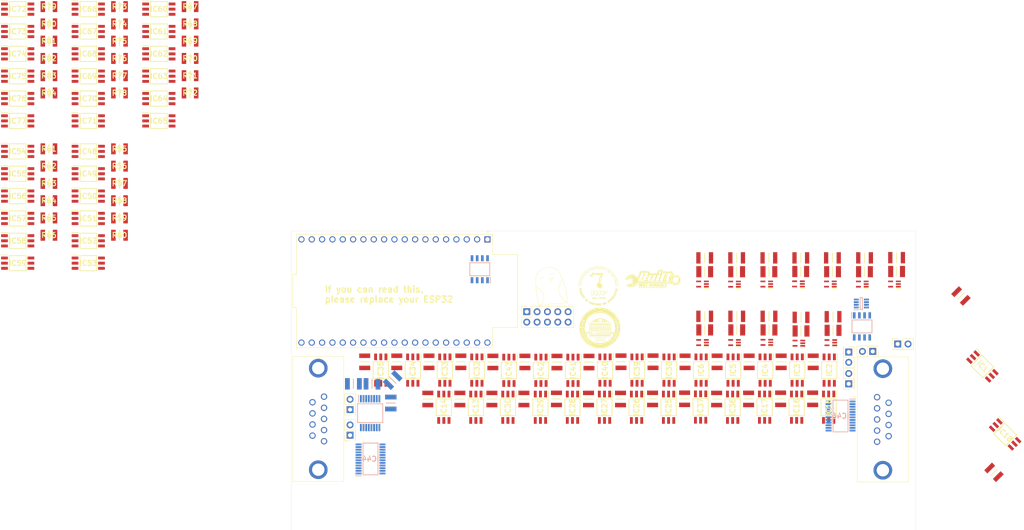
<source format=kicad_pcb>
(kicad_pcb (version 20221018) (generator pcbnew)
  (layers (0 "F.Cu" signal "Front") (1 "In1.Cu" signal) (2 "In2.Cu" signal) (31 "B.Cu" signal "Back") (34 "B.Paste" user) (35 "F.Paste" user) (36 "B.SilkS" user "B.Silkscreen") (37 "F.SilkS" user "F.Silkscreen") (38 "B.Mask" user) (39 "F.Mask" user) (44 "Edge.Cuts" user))
  (net 0 "")
  (net 1 "Net-(IC31-C1-)")
  (net 2 "Net-(IC31-C1+)")
  (net 3 "Net-(IC31-C2-)")
  (net 4 "Net-(IC31-C2+)")
  (net 5 "GND")
  (net 6 "Net-(IC31-V+)")
  (net 7 "Net-(IC31-V-)")
  (net 8 "/O Block 1/O_ACT_6")
  (net 10 "Net-(IC1-CATHODE)")
  (net 11 "+24V")
  (net 13 "GPIO_6")
  (net 14 "/O Block 1/O_ACT_5")
  (net 16 "Net-(IC2-CATHODE)")
  (net 18 "GPIO_5")
  (net 19 "/O Block 1/O_ACT_4")
  (net 21 "Net-(IC3-CATHODE)")
  (net 23 "GPIO_4")
  (net 24 "/O Block 1/O_ACT_3")
  (net 26 "Net-(IC4-CATHODE)")
  (net 28 "GPIO_3")
  (net 29 "/O Block 1/O_ACT_2")
  (net 31 "Net-(IC5-CATHODE)")
  (net 33 "GPIO_2")
  (net 34 "/O Block 1/O_ACT_1")
  (net 36 "Net-(IC6-CATHODE)")
  (net 38 "GPIO_1")
  (net 39 "Net-(IC7-IN-)")
  (net 40 "Net-(IC8-IN-)")
  (net 41 "Net-(IC9-IN-)")
  (net 42 "Net-(IC10-IN-)")
  (net 43 "Net-(IC11-IN-)")
  (net 44 "Net-(IC12-IN-)")
  (net 45 "/O Block 2/O_ACT_6")
  (net 47 "Net-(IC13-CATHODE)")
  (net 49 "GPIO_12")
  (net 50 "/O Block 2/O_ACT_5")
  (net 52 "Net-(IC14-CATHODE)")
  (net 54 "GPIO_11")
  (net 55 "/O Block 2/O_ACT_4")
  (net 57 "Net-(IC15-CATHODE)")
  (net 59 "GPIO_10")
  (net 60 "/O Block 2/O_ACT_3")
  (net 62 "Net-(IC16-CATHODE)")
  (net 64 "GPIO_9")
  (net 65 "/O Block 2/O_ACT_2")
  (net 67 "Net-(IC17-CATHODE)")
  (net 69 "GPIO_8")
  (net 70 "/O Block 2/O_ACT_1")
  (net 72 "Net-(IC18-CATHODE)")
  (net 74 "GPIO_7")
  (net 75 "Net-(IC19-IN-)")
  (net 76 "Net-(IC20-IN-)")
  (net 77 "Net-(IC21-IN-)")
  (net 78 "Net-(IC22-IN-)")
  (net 79 "Net-(IC23-IN-)")
  (net 80 "Net-(IC24-IN-)")
  (net 81 "/O Block 3/O_ACT_6")
  (net 83 "Net-(IC25-CATHODE)")
  (net 85 "OUT_18")
  (net 86 "/O Block 3/O_ACT_5")
  (net 88 "Net-(IC26-CATHODE)")
  (net 90 "OUT_17")
  (net 91 "/O Block 3/O_ACT_4")
  (net 93 "Net-(IC27-CATHODE)")
  (net 95 "OUT_16")
  (net 96 "/O Block 3/O_ACT_3")
  (net 98 "Net-(IC28-CATHODE)")
  (net 100 "OUT_15")
  (net 101 "/O Block 3/O_ACT_2")
  (net 103 "Net-(IC29-CATHODE)")
  (net 105 "OUT_14")
  (net 106 "/O Block 3/O_ACT_1")
  (net 108 "Net-(IC30-CATHODE)")
  (net 110 "OUT_13")
  (net 111 "Net-(IC31-RIN)")
  (net 112 "RX0")
  (net 113 "RS232_STATUS")
  (net 114 "TX0")
  (net 115 "FORCEOFF")
  (net 116 "Net-(IC31-DOUT)")
  (net 117 "+3.3V")
  (net 118 "FORCEON")
  (net 119 "/O Block 4/O_ACT_6")
  (net 121 "Net-(IC32-CATHODE)")
  (net 123 "OUT_24")
  (net 124 "/O Block 4/O_ACT_5")
  (net 126 "Net-(IC33-CATHODE)")
  (net 128 "OUT_23")
  (net 129 "/O Block 4/O_ACT_4")
  (net 131 "Net-(IC34-CATHODE)")
  (net 133 "OUT_22")
  (net 134 "/O Block 4/O_ACT_3")
  (net 136 "Net-(IC35-CATHODE)")
  (net 138 "OUT_21")
  (net 139 "/O Block 4/O_ACT_2")
  (net 141 "Net-(IC36-CATHODE)")
  (net 143 "OUT_20")
  (net 144 "/O Block 4/O_ACT_1")
  (net 146 "Net-(IC37-CATHODE)")
  (net 148 "OUT_19")
  (net 149 "/O Block 5/O_ACT_6")
  (net 151 "Net-(IC38-CATHODE)")
  (net 153 "OUT_30")
  (net 154 "/O Block 5/O_ACT_5")
  (net 156 "Net-(IC39-CATHODE)")
  (net 158 "OUT_29")
  (net 159 "/O Block 5/O_ACT_4")
  (net 161 "Net-(IC40-CATHODE)")
  (net 163 "OUT_28")
  (net 164 "/O Block 5/O_ACT_3")
  (net 166 "Net-(IC41-CATHODE)")
  (net 168 "OUT_27")
  (net 169 "/O Block 5/O_ACT_2")
  (net 171 "Net-(IC42-CATHODE)")
  (net 173 "OUT_26")
  (net 174 "/O Block 5/O_ACT_1")
  (net 176 "Net-(IC43-CATHODE)")
  (net 178 "OUT_25")
  (net 179 "ADR_1")
  (net 180 "SCL")
  (net 181 "SDA")
  (net 182 "CAN_RX")
  (net 183 "CAN_TX")
  (net 184 "CAN_FAULT")
  (net 185 "/Remote IO Block 2/IO_BLOCK_1_6")
  (net 186 "/Remote IO Block 2/IO_BLOCK_1_7")
  (net 187 "ADR_2")
  (net 188 "RX1")
  (net 189 "TX1")
  (net 190 "Net-(IC47-A)")
  (net 191 "Net-(IC47-B)")
  (net 193 "Net-(J9-Pin_2)")
  (net 194 "Net-(J10-Pin_2)")
  (net 207 "Net-(J14-Pin_2)")
  (net 210 "Net-(J16-Pin_1)")
  (net 211 "Net-(J17-Pin_1)")
  (net 212 "Net-(J15-Pin_2)")
  (net 214 "+5V")
  (net 215 "MCU_IN_11")
  (net 216 "MCU_IN_12")
  (net 217 "MCU_IN_7")
  (net 218 "MCU_IN_8")
  (net 219 "MCU_IN_9")
  (net 220 "MCU_IN_10")
  (net 221 "MCU_IN_5")
  (net 222 "MCU_IN_6")
  (net 223 "MCU_IN_1")
  (net 224 "MCU_IN_2")
  (net 225 "MCU_IN_3")
  (net 226 "MCU_IN_4")
  (net 240 "Net-(IC48-CATHODE)")
  (net 243 "Net-(IC49-CATHODE)")
  (net 246 "Net-(IC50-CATHODE)")
  (net 249 "Net-(IC51-CATHODE)")
  (net 252 "Net-(IC52-CATHODE)")
  (net 255 "Net-(IC53-CATHODE)")
  (net 258 "Net-(IC54-CATHODE)")
  (net 261 "Net-(IC55-CATHODE)")
  (net 264 "Net-(IC56-CATHODE)")
  (net 267 "Net-(IC57-CATHODE)")
  (net 270 "Net-(IC58-CATHODE)")
  (net 273 "Net-(IC59-CATHODE)")
  (net 276 "Net-(IC60-CATHODE)")
  (net 279 "Net-(IC61-CATHODE)")
  (net 282 "Net-(IC62-CATHODE)")
  (net 285 "Net-(IC63-CATHODE)")
  (net 288 "Net-(IC64-CATHODE)")
  (net 291 "Net-(IC65-CATHODE)")
  (net 294 "Net-(IC66-CATHODE)")
  (net 297 "Net-(IC67-CATHODE)")
  (net 300 "Net-(IC68-CATHODE)")
  (net 303 "Net-(IC69-CATHODE)")
  (net 306 "Net-(IC70-CATHODE)")
  (net 309 "Net-(IC71-CATHODE)")
  (net 312 "Net-(IC72-CATHODE)")
  (net 315 "Net-(IC73-CATHODE)")
  (net 318 "Net-(IC74-CATHODE)")
  (net 321 "Net-(IC75-CATHODE)")
  (net 324 "Net-(IC76-CATHODE)")
  (net 327 "Net-(IC77-CATHODE)")
  (footprint "TLP172AM_TPR_E:SOIC127P700X230-6N" (layer "F.Cu") (at 132.969 91.111 -90)
    (fp_text reference "IC42")
    (fp_text value "TLP172AM_TPR,E" hide)
  )
  (footprint "TLP172AM_TPR_E:SOIC127P700X230-6N" (layer "F.Cu") (at 21.7 13.25)
    (fp_text reference "IC68")
    (fp_text value "TLP172AM_TPR,E" hide)
  )
  (footprint "Connector_PinHeader_2.54mm:PinHeader_2x01_P2.54mm_Vertical" (layer "F.Cu") (at 208.6356 94.4422 90)
    (fp_text reference "J17" hide)
    (fp_text value "Conn_02x01" hide)
  )
  (footprint "TLP172AM_TPR_E:SOIC127P700X230-6N" (layer "F.Cu") (at 4.35 37.25)
    (fp_text reference "IC54")
    (fp_text value "TLP172AM_TPR,E" hide)
  )
  (footprint "CRCW1210267RFKEA:RESC3225X60N" (layer "F.Cu") (at 113.284 89.027 -90)
    (fp_text reference "R43" hide)
    (fp_text value "CRCW1210267RFKEA" hide)
  )
  (footprint "TLP172AM_TPR_E:SOIC127P700X230-6N" (layer "F.Cu") (at 21.7 2.25)
    (fp_text reference "IC66")
    (fp_text value "TLP172AM_TPR,E" hide)
  )
  (footprint "CRCW1210267RFKEA:RESC3225X60N" (layer "F.Cu") (at 236.20894 72.83054 -45)
    (fp_text reference "R1" hide)
    (fp_text value "CRCW1210267RFKEA" hide)
  )
  (footprint "RK73B2ETTD152J:RESC3226X70N" (layer "F.Cu") (at 204.6224 63.4492 180)
    (fp_text reference "R9" hide)
    (fp_text value "RK73B2ETTD152J" hide)
  )
  (footprint "TLV9351IDCKR:SOT65P210X110-5N" (layer "F.Cu") (at 172.6844 84.2876 180)
    (fp_text reference "IC8" hide)
    (fp_text value "TLV9351IDCKR" hide)
  )
  (footprint "CRCW1210267RFKEA:RESC3225X60N" (layer "F.Cu") (at 244.33694 116.21374 -45)
    (fp_text reference "R24" hide)
    (fp_text value "CRCW1210267RFKEA" hide)
  )
  (footprint "TLP172AM_TPR_E:SOIC127P700X230-6N" (layer "F.Cu") (at 39.05 13.25)
    (fp_text reference "IC62")
    (fp_text value "TLP172AM_TPR,E" hide)
  )
  (footprint "TLV9351IDCKR:SOT65P210X110-5N" (layer "F.Cu") (at 211.9652 69.8992 180)
    (fp_text reference "IC21" hide)
    (fp_text value "TLV9351IDCKR" hide)
  )
  (footprint "CRCW1210267RFKEA:RESC3225X60N" (layer "F.Cu") (at 199.762 98.1268 -90)
    (fp_text reference "R21" hide)
    (fp_text value "CRCW1210267RFKEA" hide)
  )
  (footprint "TLP172AM_TPR_E:SOIC127P700X230-6N" (layer "F.Cu") (at 4.35 53.75)
    (fp_text reference "IC57")
    (fp_text value "TLP172AM_TPR,E" hide)
  )
  (footprint "CRCW1210267RFKEA:RESC3225X60N" (layer "F.Cu") (at 136.906 89.079 -90)
    (fp_text reference "R52" hide)
    (fp_text value "CRCW1210267RFKEA" hide)
  )
  (footprint "CRCW1210267RFKEA:RESC3225X60N" (layer "F.Cu") (at 144.78 89.079 -90)
    (fp_text reference "R51" hide)
    (fp_text value "CRCW1210267RFKEA" hide)
  )
  (footprint "TLP172AM_TPR_E:SOIC127P700X230-6N" (layer "F.Cu") (at 21.7 59.25)
    (fp_text reference "IC52")
    (fp_text value "TLP172AM_TPR,E" hide)
  )
  (footprint "CRCW1210267RFKEA:RESC3225X60N" (layer "F.Cu") (at 128.7862 98.1736 -90)
    (fp_text reference "R41" hide)
    (fp_text value "CRCW1210267RFKEA" hide)
  )
  (footprint "TLP172AM_TPR_E:SOIC127P700X230-6N" (layer "F.Cu") (at 39.05 18.75)
    (fp_text reference "IC63")
    (fp_text value "TLP172AM_TPR,E" hide)
  )
  (footprint "Connector_PinHeader_2.54mm:PinHeader_2x01_P2.54mm_Vertical" (layer "F.Cu") (at 214.5334 86.4616 180)
    (fp_text reference "J14" hide)
    (fp_text value "Conn_02x01" hide)
  )
  (footprint "CRCW1210267RFKEA:RESC3225X60N" (layer "F.Cu") (at 12.025 49.375)
    (fp_text reference "R64")
    (fp_text value "CRCW1210267RFKEA" hide)
  )
  (footprint "RK73B2ETTD152J:RESC3226X70N" (layer "F.Cu") (at 189.002 63.4492 180)
    (fp_text reference "R25" hide)
    (fp_text value "RK73B2ETTD152J" hide)
  )
  (footprint "RMCF1210FT10K0:RESC3225X70N" (layer "F.Cu") (at 181.0772 66.8528)
    (fp_text reference "R36" hide)
    (fp_text value "RMCF1210FT10K0" hide)
  )
  (footprint "CRCW1210267RFKEA:RESC3225X60N" (layer "F.Cu") (at 199.898 89.027 -90)
    (fp_text reference "R2" hide)
    (fp_text value "CRCW1210267RFKEA" hide)
  )
  (footprint "TLP172AM_TPR_E:SOIC127P700X230-6N" (layer "F.Cu") (at 21.7 29.75)
    (fp_text reference "IC71")
    (fp_text value "TLP172AM_TPR,E" hide)
  )
  (footprint "CRCW1210267RFKEA:RESC3225X60N" (layer "F.Cu") (at 89.652 89.027 -90)
    (fp_text reference "R46" hide)
    (fp_text value "CRCW1210267RFKEA" hide)
  )
  (footprint "TLP172AM_TPR_E:SOIC127P700X230-6N" (layer "F.Cu") (at 4.35 59.25)
    (fp_text reference "IC58")
    (fp_text value "TLP172AM_TPR,E" hide)
  )
  (footprint "CRCW1210267RFKEA:RESC3225X60N" (layer "F.Cu") (at 184.014 98.1508 -90)
    (fp_text reference "R23" hide)
    (fp_text value "CRCW1210267RFKEA" hide)
  )
  (footprint "RMCF1210FT10K0:RESC3225X70N" (layer "F.Cu") (at 196.9008 81.4324)
    (fp_text reference "R17" hide)
    (fp_text value "RMCF1210FT10K0" hide)
  )
  (footprint "TLP172AM_TPR_E:SOIC127P700X230-6N" (layer "F.Cu") (at 247.078277 106.882729 -45)
    (fp_text reference "IC18")
    (fp_text value "TLP172AM_TPR,E" hide)
  )
  (footprint "CRCW1210267RFKEA:RESC3225X60N" (layer "F.Cu") (at 12.025 22.875)
    (fp_text reference "R84")
    (fp_text value "CRCW1210267RFKEA" hide)
  )
  (footprint "TLP172AM_TPR_E:SOIC127P700X230-6N" (layer "F.Cu") (at 21.7 53.75)
    (fp_text reference "IC51")
    (fp_text value "TLP172AM_TPR,E" hide)
  )
  (footprint "TLP172AM_TPR_E:SOIC127P700X230-6N" (layer "F.Cu") (at 39.05 2.25)
    (fp_text reference "IC60")
    (fp_text value "TLP172AM_TPR,E" hide)
  )
  (footprint "Connector_PinSocket_2.54mm:PinSocket_2x05_P2.54mm_Vertical" (layer "F.Cu") (at 129.4892 76.708 90)
    (fp_text reference "J11" hide)
    (fp_text value "Conn_02x05_Odd_Even" hide)
  )
  (footprint "TLP172AM_TPR_E:SOIC127P700X230-6N" (layer "F.Cu") (at 39.05 24.25)
    (fp_text reference "IC64")
    (fp_text value "TLP172AM_TPR,E" hide)
  )
  (footprint "TLP172AM_TPR_E:SOIC127P700X230-6N" (layer "F.Cu") (at 164.465 91.059 -90)
    (fp_text reference "IC38")
    (fp_text value "TLP172AM_TPR,E" hide)
  )
  (footprint "CRCW1210267RFKEA:RESC3225X60N" (layer "F.Cu") (at 46.725 5.875)
    (fp_text reference "R68")
    (fp_text value "CRCW1210267RFKEA" hide)
  )
  (footprint "CRCW1210267RFKEA:RESC3225X60N" (layer "F.Cu") (at 12.025 5.875)
    (fp_text reference "R80")
    (fp_text value "CRCW1210267RFKEA" hide)
  )
  (footprint "CRCW1210267RFKEA:RESC3225X60N" (layer "F.Cu") (at 136.7872 98.1496 -90)
    (fp_text reference "R40" hide)
    (fp_text value "CRCW1210267RFKEA" hide)
  )
  (footprint "CRCW1210267RFKEA:RESC3225X60N" (layer "F.Cu") (at 29.375 40.875)
    (fp_text reference "R56")
    (fp_text value "CRCW1210267RFKEA" hide)
  )
  (footprint "CRCW1210267RFKEA:RESC3225X60N" (layer "F.Cu") (at 12.025 57.875)
    (fp_text reference "R66")
    (fp_text value "CRCW1210267RFKEA" hide)
  )
  (footprint "TLP172AM_TPR_E:SOIC127P700X230-6N" (layer "F.Cu") (at 172.2202 100.1536 -90)
    (fp_text reference "IC37")
    (fp_text value "TLP172AM_TPR,E" hide)
  )
  (footprint "TLV9351IDCKR:SOT65P210X110-5N" (layer "F.Cu") (at 219.8748 69.8888 180)
    (fp_text reference "IC22" hide)
    (fp_text value "TLV9351IDCKR" hide)
  )
  (footprint "TLP172AM_TPR_E:SOIC127P700X230-6N" (layer "F.Cu") (at 195.961 91.059 -90)
    (fp_text reference "IC3")
    (fp_text value "TLP172AM_TPR,E" hide)
  )
  (footprint "TLP172AM_TPR_E:SOIC127P700X230-6N" (layer "F.Cu") (at 180.0942 100.2056 -90)
    (fp_text reference "IC36")
    (fp_text value "TLP172AM_TPR,E" hide)
  )
  (footprint "TLP172AM_TPR_E:SOIC127P700X230-6N" (layer "F.Cu") (at 180.213 91.059 -90)
    (fp_text reference "IC5")
    (fp_text value "TLP172AM_TPR,E" hide)
  )
  (footprint "TLP172AM_TPR_E:SOIC127P700X230-6N" (layer "F.Cu") (at 21.7 24.25)
    (fp_text reference "IC70")
    (fp_text value "TLP172AM_TPR,E" hide)
  )
  (footprint "CRCW1210267RFKEA:RESC3225X60N" (layer "F.Cu") (at 46.725 10.125)
    (fp_text reference "R69")
    (fp_text value "CRCW1210267RFKEA" hide)
  )
  (footprint "TLP172AM_TPR_E:SOIC127P700X230-6N" (layer "F.Cu") (at 4.35 13.25)
    (fp_text reference "IC74")
    (fp_text value "TLP172AM_TPR,E" hide)
  )
  (footprint "750678-1:7506781" (layer "F.Cu") (at 79.6544 108.5564 -90)
    (fp_text reference "J8" hide)
    (fp_text value "750678-1" hide)
  )
  (footprint "CRCW1210267RFKEA:RESC3225X60N" (layer "F.Cu") (at 29.375 53.625)
    (fp_text reference "R59")
    (fp_text value "CRCW1210267RFKEA" hide)
  )
  (footprint "RK73B2ETTD152J:RESC3226X70N" (layer "F.Cu") (at 189.0268 77.8256 180)
    (fp_text reference "R12" hide)
    (fp_text value "RK73B2ETTD152J" hide)
  )
  (footprint "CRCW1210267RFKEA:RESC3225X60N" (layer "F.Cu") (at 152.654 89.003 -90)
    (fp_text reference "R50" hide)
    (fp_text value "CRCW1210267RFKEA" hide)
  )
  (footprint "TLP172AM_TPR_E:SOIC127P700X230-6N" (layer "F.Cu") (at 21.7 37.25)
    (fp_text reference "IC48")
    (fp_text value "TLP172AM_TPR,E" hide)
  )
  (footprint "LOGO" (layer "F.Cu") (at 147.0996 70.386)
    (fp_text reference "G***" hide)
    (fp_text value "LOGO" hide)
  )
  (footprint "CRCW1210267RFKEA:RESC3225X60N" (layer "F.Cu") (at 184.15 89.027 -90)
    (fp_text reference "R4" hide)
    (fp_text value "CRCW1210267RFKEA" hide)
  )
  (footprint "RK73B2ETTD152J:RESC3226X70N" (layer "F.Cu") (at 196.9008 78.0796 180)
    (fp_text reference "R11" hide)
    (fp_text value "RK73B2ETTD152J" hide)
  )
  (footprint "TLP172AM_TPR_E:SOIC127P700X230-6N" (layer "F.Cu") (at 203.699 100.1828 -90)
    (fp_text reference "IC15")
    (fp_text value "TLP172AM_TPR,E" hide)
  )
  (footprint "TLP172AM_TPR_E:SOIC127P700X230-6N" (layer "F.Cu") (at 101.473 91.059 -90)
    (fp_text reference "IC34")
    (fp_text value "TLP172AM_TPR,E" hide)
  )
  (footprint "CRCW1210267RFKEA:RESC3225X60N" (layer "F.Cu") (at 121.158 89.055 -90)
    (fp_text reference "R54" hide)
    (fp_text value "CRCW1210267RFKEA" hide)
  )
  (footprint "RK73B2ETTD152J:RESC3226X70N" (layer "F.Cu") (at 173.228 77.8256 180)
    (fp_text reference "R8" hide)
    (fp_text value "RK73B2ETTD152J" hide)
  )
  (footprint "TLP172AM_TPR_E:SOIC127P700X230-6N" (layer "F.Cu") (at 39.05 7.75)
    (fp_text reference "IC61")
    (fp_text value "TLP172AM_TPR,E" hide)
  )
  (footprint "RMCF1210FT10K0:RESC3225X70N" (layer "F.Cu") (at 189.0268 81.1784)
    (fp_text reference "R18" hide)
    (fp_text value "RMCF1210FT10K0" hide)
  )
  (footprint "TLP172AM_TPR_E:SOIC127P700X230-6N" (layer "F.Cu") (at 4.35 42.75)
    (fp_text reference "IC55")
    (fp_text value "TLP172AM_TPR,E" hide)
  )
  (footprint "RMCF1210FT10K0:RESC3225X70N" (layer "F.Cu") (at 173.228 81.1784)
    (fp_text reference "R14" hide)
    (fp_text value "RMCF1210FT10K0" hide)
  )
  (footprint "TLP172AM_TPR_E:SOIC127P700X230-6N" (layer "F.Cu") (at 140.843 91.111 -90)
    (fp_text reference "IC41")
    (fp_text value "TLP172AM_TPR,E" hide)
  )
  (footprint "CRCW1210267RFKEA:RESC3225X60N" (layer "F.Cu") (at 29.375 14.375)
    (fp_text reference "R76")
    (fp_text value "CRCW1210267RFKEA" hide)
  )
  (footprint "TLV9351IDCKR:SOT65P210X110-5N" (layer "F.Cu") (at 180.5584 84.2876 180)
    (fp_text reference "IC7" hide)
    (fp_text value "TLV9351IDCKR" hide)
  )
  (footprint "CRCW1210267RFKEA:RESC3225X60N" (layer "F.Cu") (at 46.725 14.375)
    (fp_text reference "R70")
    (fp_text value "CRCW1210267RFKEA" hide)
  )
  (footprint "Connector_PinHeader_2.54mm:PinHeader_2x01_P2.54mm_Vertical" (layer "F.Cu") (at 220.6702 84.6328)
    (fp_text reference "J16" hide)
    (fp_text value "Conn_02x01" hide)
  )
  (footprint "TLP172AM_TPR_E:SOIC127P700X230-6N" (layer "F.Cu") (at 109.1012 100.2056 -90)
    (fp_text reference "IC14")
    (fp_text value "TLP172AM_TPR,E" hide)
  )
  (footprint "CRCW1210267RFKEA:RESC3225X60N" (layer "F.Cu") (at 160.4092 98.1496 -90)
    (fp_text reference "R37" hide)
    (fp_text value "CRCW1210267RFKEA" hide)
  )
  (footprint "CRCW1210267RFKEA:RESC3225X60N" (layer "F.Cu") (at 105.1642 98.1736 -90)
    (fp_text reference "R20" hide)
    (fp_text value "CRCW1210267RFKEA" hide)
  )
  (footprint "CRCW1210267RFKEA:RESC3225X60N" (layer "F.Cu") (at 97.536 89.027 -90)
    (fp_text reference "R45" hide)
    (fp_text value "CRCW1210267RFKEA" hide)
  )
  (footprint "RMCF1210FT10K0:RESC3225X70N" (layer "F.Cu") (at 196.8268 66.802)
    (fp_text reference "R32" hide)
    (fp_text value "RMCF1210FT10K0" hide)
  )
  (footprint "Connector_PinHeader_2.54mm:PinHeader_2x01_P2.54mm_Vertical" (layer "F.Cu") (at 208.6356 86.614 -90)
    (fp_text reference "J15" hide)
    (fp_text value "Conn_02x01" hide)
  )
  (footprint "TLP172AM_TPR_E:SOIC127P700X230-6N" (layer "F.Cu") (at 124.8492 100.2056 -90)
    (fp_text reference "IC30")
    (fp_text value "TLP172AM_TPR,E" hide)
  )
  (footprint "TLP172AM_TPR_E:SOIC127P700X230-6N" (layer "F.Cu") (at 156.4722 100.2056 -90)
    (fp_text reference "IC26")
    (fp_text value "TLP172AM_TPR,E" hide)
  )
  (footprint "CRCW1210267RFKEA:RESC3225X60N" (layer "F.Cu") (at 29.375 1.625)
    (fp_text reference "R73")
    (fp_text value "CRCW1210267RFKEA" hide)
  )
  (footprint "TLP172AM_TPR_E:SOIC127P700X230-6N" (layer "F.Cu") (at 93.599 91.059 -90)
    (fp_text reference "IC35")
    (fp_text value "TLP172AM_TPR,E" hide)
  )
  (footprint "RMCF1210FT10K0:RESC3225X70N" (layer "F.Cu") (at 189.002 66.8528)
    (fp_text reference "R31" hide)
    (fp_text value "RMCF1210FT10K0" hide)
  )
  (footprint "TLP172AM_TPR_E:SOIC127P700X230-6N" (layer "F.Cu") (at 241.490277 90.169529 -45)
    (fp_text reference "IC1")
    (fp_text value "TLP172AM_TPR,E" hide)
  )
  (footprint "LOGO" (layer "F.Cu") (at 135.4664 70.4876)
    (fp_text reference "G***" hide)
    (fp_text value "LOGO" hide)
  )
  (footprint "CRCW1210267RFKEA:RESC3225X60N" (layer "F.Cu") (at 12.025 36.625)
    (fp_text reference "R61")
    (fp_text value "CRCW1210267RFKEA" hide)
  )
  (footprint "RMCF1210FT10K0:RESC3225X70N" (layer "F.Cu") (at 181.102 81.1784)
    (fp_text reference "R13" hide)
    (fp_text value "RMCF1210FT10K0" hide)
  )
  (footprint "TLP172AM_TPR_E:SOIC127P700X230-6N" (layer "F.Cu") (at 4.35 64.75)
    (fp_text reference "IC59")
    (fp_text value "TLP172AM_TPR,E" hide)
  )
  (footprint "CRCW1210267RFKEA:RESC3225X60N" (layer "F.Cu") (at 29.375 10.125)
    (fp_text reference "R75")
    (fp_text value "CRCW1210267RFKEA" hide)
  )
  (footprint "TLP172AM_TPR_E:SOIC127P700X230-6N" (layer "F.Cu") (at 4.35 18.75)
    (fp_text reference "IC75")
    (fp_text value "TLP172AM_TPR,E" hide)
  )
  (footprint "TLV9351IDCKR:SOT65P210X110-5N" (layer "F.Cu") (at 196.3776 84.44 180)
    (fp_text reference "IC11" hide)
    (fp_text value "TLV9351IDCKR" hide)
  )
  (footprint "CRCW1210267RFKEA:RESC3225X60N" (layer "F.Cu") (at 12.025 1.625)
    (fp_text reference "R79")
    (fp_text value "CRCW1210267RFKEA" hide)
  )
  (footprint "CRCW1210267RFKEA:RESC3225X60N" (layer "F.Cu") (at 191.888 98.1268 -90)
    (fp_text reference "R22" hide)
    (fp_text value "CRCW1210267RFKEA" hide)
  )
  (footprint "CRCW1210267RFKEA:RESC3225X60N" (layer "F.Cu") (at 120.9122 98.1736 -90)
    (fp_text reference "R42" hide)
    (fp_text value "CRCW1210267RFKEA" hide)
  )
  (footprint "CRCW1210267RFKEA:RESC3225X60N" (layer "F.Cu") (at 129.032 89.055 -90)
    (fp_text reference "R53" hide)
    (fp_text value "CRCW1210267RFKEA" hide)
  )
  (footprint "RMCF1210FT10K0:RESC3225X70N" (layer "F.Cu") (at 173.228 66.8528)
    (fp_text reference "R35" hide)
    (fp_text value "RMCF1210FT10K0" hide)
  )
  (footprint "TLV9351IDCKR:SOT65P210X110-5N" (layer "F.Cu") (at 196.276 69.85 180)
    (fp_text reference "IC20" hide)
    (fp_text value "TLV9351IDCKR" hide)
  )
  (footprint "TLP172AM_TPR_E:SOIC127P700X230-6N" (layer "F.Cu") (at 203.835 91.059 -90)
    (fp_text reference "IC2")
    (fp_text value "TLP172AM_TPR,E" hide)
  )
  (footprint "TLP172AM_TPR_E:SOIC127P700X230-6N" (layer "F.Cu") (at 21.7 42.75)
    (fp_text reference "IC49")
    (fp_text value "TLP172AM_TPR,E" hide)
  )
  (footprint "RK73B2ETTD152J:RESC3226X70N" (layer "F.Cu") (at 196.85 63.4492 180)
    (fp_text reference "R26" hide)
    (fp_text value "RK73B2ETTD152J" hide)
  )
  (footprint "TLP172AM_TPR_E:SOIC127P700X230-6N" (layer "F.Cu") (at 116.9752 100.2056 -90)
    (fp_text reference "IC13")
    (fp_text value "TLP172AM_TPR,E" hide)
  )
  (footprint "TLP172AM_TPR_E:SOIC127P700X230-6N" (layer "F.Cu") (at 39.05 29.75)
    (fp_text reference "IC65")
    (fp_text value "TLP172AM_TPR,E" hide)
  )
  (footprint "TLP172AM_TPR_E:SOIC127P700X230-6N" (layer "F.Cu") (at 4.35 24.25)
    (fp_text reference "IC76")
    (fp_text value "TLP172AM_TPR,E" hide)
  )
  (footprint "TLV9351IDCKR:SOT65P210X110-5N" (layer "F.Cu") (at 180.554 69.9112 180)
    (fp_text reference "IC24" hide)
    (fp_text value "TLV9351IDCKR" hide)
  )
  (footprint "TLP172AM_TPR_E:SOIC127P700X230-6N" (layer "F.Cu") (at 148.5982 100.2056 -90)
    (fp_text reference "IC27")
    (fp_text value "TLP172AM_TPR,E" hide)
  )
  (footprint "TLP172AM_TPR_E:SOIC127P700X230-6N" (layer "F.Cu") (at 156.591 91.059 -90)
    (fp_text reference "IC39")
    (fp_text value "TLP172AM_TPR,E" hide)
  )
  (footprint "750678-1:7506781" (layer "F.Cu") (at 215.6 97.725 90)
    (fp_text reference "J13" hide)
    (fp_text value "750678-1" hide)
  )
  (footprint "RK73B2ETTD152J:RESC3226X70N" (layer "F.Cu") (at 173.228 63.4492 180)
    (fp_text reference "R29" hide)
    (fp_text value "RK73B2ETTD152J" hide)
  )
  (footprint "LOGO" (layer "F.Cu") (at 160.5108 68.5064)
    (fp_text reference "G***" hide)
    (fp_text value "LOGO" hide)
  )
  (footprint "TLP172AM_TPR_E:SOIC127P700X230-6N" (layer "F.Cu") (at 148.717 91.059 -90)
    (fp_text reference "IC40")
    (fp_text value "TLP172AM_TPR,E" hide)
  )
  (footprint "RMCF1210FT10K0:RESC3225X70N" (layer "F.Cu") (at 204.65 66.8528)
    (fp_text reference "R15" hide)
    (fp_text value "RMCF1210FT10K0" hide)
  )
  (footprint "CRCW1210267RFKEA:RESC3225X60N" (layer "F.Cu") (at 12.025 40.875)
    (fp_text reference "R62")
    (fp_text value "CRCW1210267RFKEA" hide)
  )
  (footprint "SnapEDA Library:MODULE_ESP32-DEVKITC" (layer "F.Cu") (at 96.9688 71.5957 -90)
    (fp_text reference "U1" hide)
    (fp_text value "ESP32-DEVKITC" hide)
  )
  (footprint "CRCW1210267RFKEA:RESC3225X60N" (layer "F.Cu") (at 29.375 18.625)
    (fp_text reference "R77")
    (fp_text value "CRCW1210267RFKEA" hide)
  )
  (footprint "TLV9351IDCKR:SOT65P210X110-5N" (layer "F.Cu") (at 172.6844 69.8904 180)
    (fp_text reference "IC23" hide)
    (fp_text value "TLV9351IDCKR" hide)
  )
  (footprint "CRCW1210267RFKEA:RESC3225X60N" (layer "F.Cu") (at 176.1572 98.1736 -90)
    (fp_text reference "R47" hide)
    (fp_text value "CRCW1210267RFKEA" hide)
  )
  (footprint "CRCW1210267RFKEA:RESC3225X60N" (layer "F.Cu") (at 46.725 18.625)
    (fp_text reference "R71")
    (fp_text value "CRCW1210267RFKEA" hide)
  )
  (footprint "TLP172AM_TPR_E:SOIC127P700X230-6N" (layer "F.Cu") (at 21.7 48.25)
    (fp_text reference "IC50")
    (fp_text value "TLP172AM_TPR,E" hide)
  )
  (footprint "CRCW1210267RFKEA:RESC3225X60N" (layer "F.Cu") (at 168.402 89.027 -90)
    (fp_text reference "R6" hide)
    (fp_text value "CRCW1210267RFKEA" hide)
  )
  (footprint "RK73B2ETTD152J:RESC3226X70N" (layer "F.Cu") (at 181.0772 63.4492 180)
    (fp_text reference "R30" hide)
    (fp_text value "RK73B2ETTD152J" hide)
  )
  (footprint "Connector_PinHeader_2.54mm:PinHeader_2x01_P2.54mm_Vertical" (layer "F.Cu") (at 86.0552 107.0864 90)
    (fp_text reference "J9" hide)
    (fp_text value "Conn_02x01" hide)
  )
  (footprint "CRCW1210267RFKEA:RESC3225X60N" (layer "F.Cu") (at 176.276 89.027 -90)
    (fp_text reference "R5" hide)
    (fp_text value "CRCW1210267RFKEA" hide)
  )
  (footprint "CRCW1210267RFKEA:RESC3225X60N" (layer "F.Cu") (at 29.375 5.875)
    (fp_text reference "R74")
    (fp_text value "CRCW1210267RFKEA" hide)
  )
  (footprint "CRCW1210267RFKEA:RESC3225X60N" (layer "F.Cu") (at 192.024 89.027 -90)
    (fp_text reference "R3" hide)
    (fp_text value "CRCW1210267RFKEA" hide)
  )
  (footprint "TLV9351IDCKR:SOT65P210X110-5N" (layer "F.Cu") (at 188.4788 69.8904 180)
    (fp_text reference "IC19" hide)
    (fp_text value "TLV9351IDCKR" hide)
  )
  (footprint "CRCW1210267RFKEA:RESC3225X60N" (layer "F.Cu") (at 12.025 14.375)
    (fp_text reference "R82")
    (fp_text value "CRCW1210267RFKEA" hide)
  )
  (footprint "RK73B2ETTD152J:RESC3226X70N" (layer "F.Cu") (at 204.7748 77.9272 180)
    (fp_text reference "R10" hide)
    (fp_text value "RK73B2ETTD152J" hide)
  )
  (footprint "CRCW1210267RFKEA:RESC3225X60N" (layer "F.Cu") (at 12.025 18.625)
    (fp_text reference "R83")
    (fp_text value "CRCW1210267RFKEA" hide)
  )
  (footprint "TLP172AM_TPR_E:SOIC127P700X230-6N" (layer "F.Cu") (at 4.35 7.75)
    (fp_text reference "IC73")
    (fp_text value "TLP172AM_TPR,E" hide)
  )
  (footprint "TLP172AM_TPR_E:SOIC127P700X230-6N" (layer "F.Cu") (at 164.3462 100.2056 -90)
    (fp_text reference "IC25")
    (fp_text value "TLP172AM_TPR,E" hide)
  )
  (footprint "Connector_PinHeader_2.54mm:PinHeader_2x01_P2.54mm_Vertical" (layer "F.Cu") (at 86.0552 100.7922 90)
    (fp_text reference "J10" hide)
    (fp_text value "Conn_02x01" hide)
  )
  (footprint "TLP172AM_TPR_E:SOIC127P700X230-6N" (layer "F.Cu") (at 4.35 48.25)
    (fp_text reference "IC56")
    (fp_text value "TLP172AM_TPR,E" hide)
  )
  (footprint "RMCF1210FT10K0:RESC3225X70N" (layer "F.Cu") (at 220.398 66.8004)
    (fp_text reference "R34" hide)
    (fp_text value "RMCF1210FT10K0" hide)
  )
  (footprint "CRCW1210267RFKEA:RESC3225X60N" (layer "F.Cu") (at 105.449 89.027 -90)
    (fp_text reference "R44" hide)
    (fp_text value "CRCW1210267RFKEA" hide)
  )
  (footprint "TLP172AM_TPR_E:SOIC127P700X230-6N" (layer "F.Cu") (at 109.347 91.059 -90)
    (fp_text reference "IC33")
    (fp_text value "TLP172AM_TPR,E" hide)
  )
  (footprint "TLP172AM_TPR_E:SOIC127P700X230-6N" (layer "F.Cu") (at 21.7 18.75)
    (fp_text reference "IC69")
    (fp_text value "TLP172AM_TPR,E" hide)
  )
  (footprint "TLP172AM_TPR_E:SOIC127P700X230-6N" (layer "F.Cu") (at 140.7242 100.2056 -90)
    (fp_text reference "IC28")
    (fp_text value "TLP172AM_TPR,E" hide)
  )
  (footprint "TLV9351IDCKR:SOT65P210X110-5N" (layer "F.Cu") (at 204.2312 84.3176 180)
    (fp_text reference "IC10" hide)
    (fp_text value "TLV9351IDCKR" hide)
  )
  (footprint "RMCF1210FT10K0:RESC3225X70N" (layer "F.Cu") (at 204.7748 81.28)
    (fp_text reference "R16" hide)
    (fp_text value "RMCF1210FT10K0" hide)
  )
  (footprint "TLP172AM_TPR_E:SOIC127P700X230-6N" (layer "F.Cu") (at 187.951 100.1828 -90)
    (fp_text reference "IC17")
    (fp_text value "TLP172AM_TPR,E" hide)
  )
  (footprint "CRCW1210267RFKEA:RESC3225X60N" (layer "F.Cu") (at 29.375 22.875)
    (fp_text reference "R78")
    (fp_text value "CRCW1210267RFKEA" hide)
  )
  (footprint "CRCW1210267RFKEA:RESC3225X60N" (layer "F.Cu") (at 113.0382 98.1736 -90)
    (fp_text reference "R19" hide)
    (fp_text value "CRCW1210267RFKEA" hide)
  )
  (footprint "CRCW1210267RFKEA:RESC3225X60N" (layer "F.Cu") (at 29.375 45.125)
    (fp_text reference "R57")
    (fp_text value "CRCW1210267RFKEA" hide)
  )
  (footprint "TLP172AM_TPR_E:SOIC127P700X230-6N" (layer "F.Cu") (at 117.221 91.059 -90)
    (fp_text reference "IC32")
    (fp_text value "TLP172AM_TPR,E" hide)
  )
  (footprint "RK73B2ETTD152J:RESC3226X70N" (layer "F.Cu") (at 181.102 77.8256 180)
    (fp_text reference "R7" hide)
    (fp_text value "RK73B2ETTD152J" hide)
  )
  (footprint "CRCW1210267RFKEA:RESC3225X60N" (layer "F.Cu") (at 29.375 49.375)
    (fp_text reference "R58")
    (fp_text value "CRCW1210267RFKEA" hide)
  )
  (footprint "TLP172AM_TPR_E:SOIC127P700X230-6N" (layer "F.Cu") (at 132.8502 100.2056 -90)
    (fp_text reference "IC29")
    (fp_text value "TLP172AM_TPR,E" hide)
  )
  (footprint "TLP172AM_TPR_E:SOIC127P700X230-6N" (layer "F.Cu") (at 4.35 2.25)
    (fp_text reference "IC72")
    (fp_text value "TLP172AM_TPR,E" hide)
  )
  (footprint "TLV9351IDCKR:SOT65P210X110-5N" (layer "F.Cu") (at 188.5036 84.2368 180)
    (fp_text reference "IC12" hide)
    (fp_text value "TLV9351IDCKR" hide)
  )
  (footprint "TLP172AM_TPR_E:SOIC127P700X230-6N" (layer "F.Cu") (at 4.35 29.75)
    (fp_text reference "IC77")
    (fp_text value "TLP172AM_TPR,E" hide)
  )
  (footprint "CRCW1210267RFKEA:RESC3225X60N" (layer "F.Cu") (at 46.725 22.875)
    (fp_text reference "R72")
    (fp_text value "CRCW1210267RFKEA" hide)
  )
  (footprint "TLP172AM_TPR_E:SOIC127P700X230-6N" (layer "F.Cu") (at 172.339 91.059 -90)
    (fp_text reference "IC6")
    (fp_text value "TLP172AM_TPR,E" hide)
  )
  (footprint "RK73B2ETTD152J:RESC3226X70N" (layer "F.Cu") (at 212.524 63.4476 180)
    (fp_text reference "R27" hide)
    (fp_text value "RK73B2ETTD152J" hide)
  )
  (footprint "CRCW1210267RFKEA:RESC3225X60N" (layer "F.Cu") (at 29.375 57.875)
    (fp_text reference "R60")
    (fp_text value "CRCW1210267RFKEA" hide)
  )
  (footprint "TLP172AM_TPR_E:SOIC127P700X230-6N" (layer "F.Cu") (at 195.825 100.1828 -90)
    (fp_text reference "IC16")
    (fp_text value "TLP172AM_TPR,E" hide)
  )
  (footprint "CRCW1210267RFKEA:RESC3225X60N" (layer "F.Cu") (at 144.6612 98.1736 -90)
    (fp_text reference "R39" hide)
    (fp_text value "CRCW1210267RFKEA" hide)
  )
  (footprint "CRCW1210267RFKEA:RESC3225X60N" (layer "F.Cu") (at 12.025 53.625)
    (fp_text reference "R65")
    (fp_text value "CRCW1210267RFKEA" hide)
  )
  (footprint "TLP172AM_TPR_E:SOIC127P700X230-6N" (layer "F.Cu") (at 21.7 7.75)
    (fp_text reference "IC67")
    (fp_text value "TLP172AM_TPR,E" hide)
  )
  (footprint "CRCW1210267RFKEA:RESC3225X60N" (layer "F.Cu") (at 46.725 1.625)
    (fp_text reference "R67")
    (fp_text value "CRCW1210267RFKEA" hide)
  )
  (footprint "CRCW1210267RFKEA:RESC3225X60N" (layer "F.Cu") (at 12.025 45.125)
    (fp_text reference "R63")
    (fp_text value "CRCW1210267RFKEA" hide)
  )
  (footprint "CRCW1210267RFKEA:RESC3225X60N" (layer "F.Cu") (at 160.528 89.003 -90)
    (fp_text reference "R49" hide)
    (fp_text value "CRCW1210267RFKEA" hide)
  )
  (footprint "RMCF1210FT10K0:RESC3225X70N" (layer "F.Cu") (at 212.5008 66.8512)
    (fp_text reference "R33" hide)
    (fp_text value "RMCF1210FT10K0" hide)
  )
  (footprint "CRCW1210267RFKEA:RESC3225X60N" (layer "F.Cu") (at 29.375 36.625)
    (fp_text reference "R55")
    (fp_text value "CRCW1210267RFKEA" hide)
  )
  (footprint "TLP172AM_TPR_E:SOIC127P700X230-6N" (layer "F.Cu") (at 125.095 91.111 -90)
    (fp_text reference "IC43")
    (fp_text value "TLP172AM_TPR,E" hide)
  )
  (footprint "CRCW1210267RFKEA:RESC3225X60N" (layer "F.Cu") (at 152.5352 98.1736 -90)
    (fp_text reference "R38" hide)
    (fp_text value "CRCW1210267RFKEA" hide)
  )
  (footprint "TLP172AM_TPR_E:SOIC127P700X230-6N" (layer "F.Cu") (at 188.087 91.059 -90)
    (fp_text reference "IC4")
    (fp_text value "TLP172AM_TPR,E" hide)
  )
  (footprint "TLP172AM_TPR_E:SOIC127P700X230-6N" (layer "F.Cu") (at 21.7 64.75)
    (fp_text reference "IC53")
    (fp_text value "TLP172AM_TPR,E" hide)
  )
  (footprint "CRCW1210267RFKEA:RESC3225X60N" (layer "F.Cu") (at 168.2832 98.1216 -90)
    (fp_text reference "R48" hide)
    (fp_text value "CRCW1210267RFKEA" hide)
  )
  (footprint "LOGO" (layer "F.Cu") (at 147.4552 80.6984)
    (fp_text reference "G***" hide)
    (fp_text value "LOGO" hide)
  )
  (footprint "CRCW1210267RFKEA:RESC3225X60N" (layer "F.Cu") (at 12.025 10.125)
    (fp_text reference "R81")
    (fp_text value "CRCW1210267RFKEA" hide)
  )
  (footprint "TLV9351IDCKR:SOT65P210X110-5N" (layer "F.Cu") (at 204.1188 69.8904 180)
    (fp_text reference "IC9" hide)
    (fp_text value "TLV9351IDCKR" hide)
  )
  (footprint "RK73B2ETTD152J:RESC3226X70N" (layer "F.Cu") (at 220.398 63.3968 180)
    (fp_text reference "R28" hide)
    (fp_text value "RK73B2ETTD152J" hide)
  )
  (footprint "MAX3221IDBRE4:SOP65P780X200-16N" (layer "B.Cu") (at 90.9828 101.6508 -90)
    (fp_text reference "IC31" hide)
    (fp_text value "MAX3221IDBRE4" hide)
  )
  (footprint "12103C104KAT2A:CAPC3325X94N" (layer "B.Cu") (at 91.44 94.4372 180)
    (fp_text reference "C2" hide)
    (fp_text value "12103C104KAT2A" hide)
  )
  (footprint "12103C104KAT2A:CAPC3325X94N" (layer "B.Cu") (at 96.0628 99.1616 90)
    (fp_text reference "C3" hide)
    (fp_text value "12103C104KAT2A" hide)
  )
  (footprint "TCAN337DCNR:SOT65P280X145-8N" (layer "B.Cu") (at 211.7344 74.676)
    (fp_text reference "IC45" hide)
    (fp_text value "TCAN337DCNR" hide)
  )
  (footprint "SN65HVD75DR:SOIC127P600X175-8N" (layer "B.Cu") (at 211.8868 80.3148 -90)
    (fp_text reference "IC47" hide)
    (fp_text value "SN65HVD75DR" hide)
  )
  (footprint "12103C104KAT2A:CAPC3325X94N" (layer "B.Cu") (at 96.52 93.5228 45)
    (fp_text reference "C4" hide)
    (fp_text value "12103C104KAT2A" hide)
  )
  (footprint "PCA9555PW_118:SOP65P640X110-24N" (layer "B.Cu") (at 206.612 102.358 180)
    (fp_text reference "IC46")
    (fp_text value "PCA9555PW,118" hide)
  )
  (footprint "PCA9555PW_118:SOP65P640X110-24N" (layer "B.Cu") (at 91.076 112.922)
    (fp_text reference "IC44")
    (fp_text value "PCA9555PW,118" hide)
  )
  (footprint "AT24CM02-SSHM-B:SOIC127P600X175-8N" (layer "B.Cu") (at 117.9322 66.2508 90)
    (fp_text reference "U2" hide)
    (fp_text value "AT24CM02-SSHM-B" hide)
  )
  (footprint "12103C104KAT2A:CAPC3325X94N" (layer "B.Cu") (at 86.868 94.4372 180)
    (fp_text reference "C1" hide)
    (fp_text value "12103C104KAT2A" hide)
  )
  (gr_rect (start 71.628 56.7944) (end 225.0948 130.4544) (stroke (width 0.0381)) (fill none) (layer "Edge.Cuts"))
  (gr_text "If you can read this,\nplease replace your ESP32" (at 79.688 74.5516) (layer "F.SilkS") (effects (font (size 1.524 1.524) (thickness 0.3048) bold) (justify left bottom)))
)
</source>
